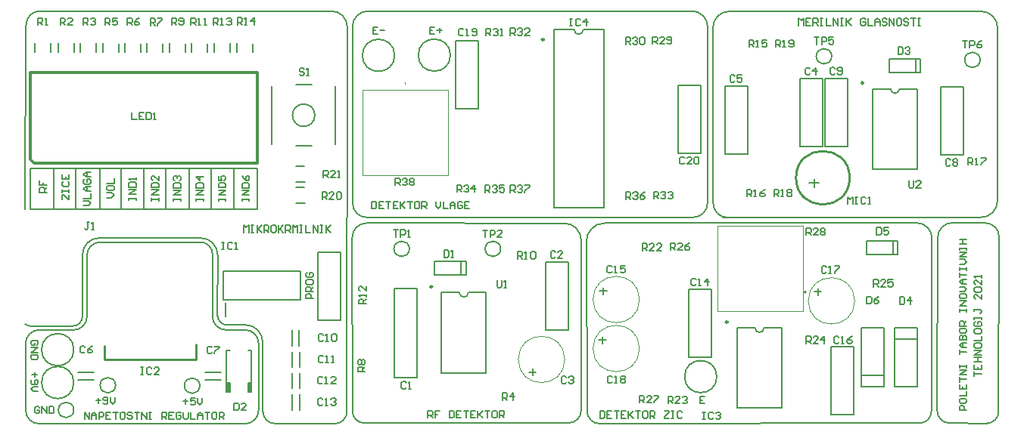
<source format=gto>
G04*
G04 #@! TF.GenerationSoftware,Altium Limited,Altium Designer,21.4.1 (30)*
G04*
G04 Layer_Color=65535*
%FSLAX25Y25*%
%MOIN*%
G70*
G04*
G04 #@! TF.SameCoordinates,4B32E59A-19CF-40ED-AED0-984A1E0E73E4*
G04*
G04*
G04 #@! TF.FilePolarity,Positive*
G04*
G01*
G75*
%ADD10C,0.01000*%
%ADD11C,0.00500*%
%ADD12C,0.00787*%
%ADD13C,0.00984*%
%ADD14C,0.00300*%
%ADD15C,0.00600*%
%ADD16C,0.00394*%
%ADD17C,0.01181*%
%ADD18C,0.00630*%
%ADD19R,0.01812X0.03937*%
%ADD20R,0.01712X0.03937*%
D10*
X365411Y110968D02*
G03*
X365411Y110968I-11811J0D01*
G01*
X77379Y30833D02*
Y37306D01*
X37221Y30833D02*
Y36876D01*
Y30833D02*
X77379D01*
D11*
X189587Y165100D02*
G03*
X189587Y165100I-7087J0D01*
G01*
X164987Y165000D02*
G03*
X164987Y165000I-7087J0D01*
G01*
X306887Y23200D02*
G03*
X306887Y23200I-7087J0D01*
G01*
X23687Y35100D02*
G03*
X23687Y35100I-7087J0D01*
G01*
Y20600D02*
G03*
X23687Y20600I-7087J0D01*
G01*
X422900Y163000D02*
G03*
X422900Y163000I-3400J0D01*
G01*
X357500Y164600D02*
G03*
X357500Y164600I-3400J0D01*
G01*
X383432Y150216D02*
G03*
X387368Y150216I1969J0D01*
G01*
X323731Y44717D02*
G03*
X327668Y44717I1969J0D01*
G01*
X211700Y79600D02*
G03*
X211700Y79600I-3400J0D01*
G01*
X171500D02*
G03*
X171500Y79600I-3400J0D01*
G01*
X193532Y60316D02*
G03*
X197468Y60316I1969J0D01*
G01*
X129866Y138557D02*
G03*
X129866Y138557I-4921J0D01*
G01*
X79200Y19200D02*
G03*
X79200Y19200I-3400J0D01*
G01*
X42100Y19400D02*
G03*
X42100Y19400I-3400J0D01*
G01*
X23700Y8500D02*
G03*
X23700Y8500I-3400J0D01*
G01*
X102012Y16577D02*
Y34687D01*
X90988Y16577D02*
Y34687D01*
X100438D02*
X102012D01*
X100400Y16577D02*
X102012D01*
X90988Y34687D02*
X92563D01*
X90988Y16577D02*
X92600D01*
X100400D02*
Y20514D01*
X92600Y16577D02*
Y20514D01*
X100400D02*
X102012D01*
X90988D02*
X92600D01*
X343500Y124643D02*
Y154642D01*
X353500D01*
Y124643D02*
Y154642D01*
X343500Y124643D02*
X353500D01*
X354600Y124700D02*
Y154700D01*
X364600D01*
Y124700D02*
Y154700D01*
X354600Y124700D02*
X364600D01*
X320500Y121500D02*
Y151500D01*
X310500Y121500D02*
X320500D01*
X310500D02*
Y151500D01*
X320500D01*
X405400Y121200D02*
Y151200D01*
X415400D01*
Y121200D02*
Y151200D01*
X405400Y121200D02*
X415400D01*
X375557Y150216D02*
X383432D01*
X387368D02*
X395243D01*
Y114784D02*
Y150216D01*
X375557Y114784D02*
X395243D01*
X375557D02*
Y150216D01*
X315858Y44717D02*
X323731D01*
X327668D02*
X335542D01*
Y9284D02*
Y44717D01*
X315858Y9284D02*
X335542D01*
X315858D02*
Y44717D01*
X294500Y61700D02*
X304500D01*
X294500Y31700D02*
Y61700D01*
Y31700D02*
X304500D01*
Y61700D01*
X357300Y36300D02*
X367300D01*
X357300Y6300D02*
Y36300D01*
Y6300D02*
X367300D01*
Y36300D01*
X192000Y171300D02*
X202000D01*
X192000Y141300D02*
Y171300D01*
Y141300D02*
X202000D01*
Y171300D01*
X289800Y121800D02*
X299800D01*
Y151800D01*
X289800D02*
X299800D01*
X289800Y121800D02*
Y151800D01*
X241400Y43800D02*
Y73800D01*
X231400Y43800D02*
X241400D01*
X231400D02*
Y73800D01*
X241400D01*
X185658Y60316D02*
X193532D01*
X197468D02*
X205343D01*
Y24883D02*
Y60316D01*
X185658Y24883D02*
X205343D01*
X185658D02*
Y60316D01*
X111000Y125859D02*
Y151341D01*
X139000Y125847D02*
Y151357D01*
X121457Y125214D02*
X128543D01*
X121457Y151986D02*
X128543D01*
X120031Y8450D02*
Y15350D01*
X123180Y8450D02*
Y15350D01*
X119925Y17950D02*
Y24850D01*
X123075Y17950D02*
Y24850D01*
X121500Y106700D02*
X125300D01*
X121400Y99700D02*
X125400D01*
X121500Y116200D02*
X125300D01*
X121400Y109200D02*
X125400D01*
X123069Y27350D02*
Y34250D01*
X119920Y27350D02*
Y34250D01*
X122969Y36850D02*
Y43750D01*
X119820Y36850D02*
Y43750D01*
X75700Y166300D02*
Y170300D01*
X82700Y166400D02*
Y170200D01*
X95400Y166300D02*
Y170300D01*
X102400Y166400D02*
Y170200D01*
X6600Y166409D02*
Y170409D01*
X13600Y166509D02*
Y170309D01*
X16712Y166475D02*
Y170475D01*
X23711Y166575D02*
Y170375D01*
X92400Y166509D02*
Y170309D01*
X85400Y166409D02*
Y170409D01*
X72900Y166400D02*
Y170200D01*
X65900Y166300D02*
Y170300D01*
X63000Y166400D02*
Y170200D01*
X56000Y166300D02*
Y170300D01*
X53100Y166400D02*
Y170200D01*
X46100Y166300D02*
Y170300D01*
X43396Y166455D02*
Y170255D01*
X36396Y166355D02*
Y170355D01*
X33634Y166575D02*
Y170375D01*
X26634Y166475D02*
Y170475D01*
X25650Y21925D02*
X32550D01*
X25650Y25075D02*
X32550D01*
X81650Y21825D02*
X88550D01*
X81650Y24975D02*
X88550D01*
D12*
X410655Y91078D02*
G03*
X404211Y84674I-76J-6369D01*
G01*
X403957Y8264D02*
G03*
X409529Y2657I5541J-66D01*
G01*
X425818Y2586D02*
G03*
X430994Y7730I61J5116D01*
G01*
X431240Y84825D02*
G03*
X425063Y91042I-6143J73D01*
G01*
X430576Y177181D02*
G03*
X423213Y184456I-7276J0D01*
G01*
X423222Y93516D02*
G03*
X430483Y100691I85J7174D01*
G01*
X312386Y184433D02*
G03*
X305241Y177373I-84J-7061D01*
G01*
X305285Y99791D02*
G03*
X311577Y93424I6292J-75D01*
G01*
X345843Y60894D02*
G03*
X345843Y60106I0J-394D01*
G01*
D02*
G03*
X345843Y60894I0J394D01*
G01*
X401667Y84273D02*
G03*
X394941Y91041I-6689J80D01*
G01*
X396000Y2606D02*
G03*
X401426Y7997I64J5362D01*
G01*
X249774Y7892D02*
G03*
X255200Y2500I5362J-30D01*
G01*
X257463Y90940D02*
G03*
X249440Y82820I0J-8024D01*
G01*
X244102Y176268D02*
G03*
X248039Y176268I1969J0D01*
G01*
X296523Y93524D02*
G03*
X302815Y99891I0J6292D01*
G01*
X302871Y177664D02*
G03*
X295900Y184553I-6889J0D01*
G01*
X153413Y184589D02*
G03*
X146442Y177700I-82J-6889D01*
G01*
X146500Y99926D02*
G03*
X152932Y93417I6432J-77D01*
G01*
X169700Y152417D02*
G03*
X169700Y152811I0J197D01*
G01*
D02*
G03*
X169700Y152417I0J-197D01*
G01*
D02*
G03*
X169700Y152811I0J197D01*
G01*
X247161Y83357D02*
G03*
X239689Y90918I-7472J89D01*
G01*
X152732Y90983D02*
G03*
X146300Y84474I0J-6432D01*
G01*
X144123Y177666D02*
G03*
X137152Y184555I-6889J0D01*
G01*
X9017Y184586D02*
G03*
X2642Y178286I-75J-6300D01*
G01*
X241700Y2779D02*
G03*
X247126Y8170I64J5362D01*
G01*
X146373Y8099D02*
G03*
X151800Y2707I5362J-30D01*
G01*
X138600Y2446D02*
G03*
X144027Y7808I64J5362D01*
G01*
X106999Y7829D02*
G03*
X112425Y2467I5362J0D01*
G01*
X106899Y38504D02*
G03*
X99405Y45998I-7494J0D01*
G01*
X87017Y50233D02*
G03*
X91259Y45990I4242J0D01*
G01*
X87041Y76930D02*
G03*
X79565Y84406I-7476J0D01*
G01*
X34997Y84400D02*
G03*
X27521Y76924I0J-7476D01*
G01*
X2342Y46273D02*
G03*
X4400Y45524I2058J2453D01*
G01*
X23264Y45515D02*
G03*
X27506Y49757I0J4242D01*
G01*
X84792Y49735D02*
G03*
X90698Y43830I5906J0D01*
G01*
X84792Y77260D02*
G03*
X79465Y82587I-5328J0D01*
G01*
X35400Y82582D02*
G03*
X29495Y76676I0J-5906D01*
G01*
X105085Y37923D02*
G03*
X99180Y43829I-5906J0D01*
G01*
X99180Y2400D02*
G03*
X105085Y8305I0J5906D01*
G01*
X23600Y43815D02*
G03*
X29506Y49720I0J5906D01*
G01*
X8400Y43806D02*
G03*
X2495Y37900I0J-5906D01*
G01*
Y8305D02*
G03*
X8400Y2400I5906J0D01*
G01*
X349761Y106638D02*
Y110575D01*
X347694Y108705D02*
X351927D01*
X409529Y2657D02*
X425818Y2586D01*
X410655Y91078D02*
X425063Y91042D01*
X403957Y8264D02*
X404211Y84674D01*
X430994Y7730D02*
X431240Y84825D01*
X312386Y184433D02*
X423213Y184456D01*
X430483Y100691D02*
X430576Y177181D01*
X309377Y93424D02*
X423222Y93516D01*
X305241Y177373D02*
X305285Y99791D01*
X401426Y7997D02*
X401667Y84273D01*
X349726Y60700D02*
X353026D01*
X351400Y59147D02*
Y62147D01*
X255200Y2500D02*
X396000Y2606D01*
X257463Y90940D02*
X394941Y91041D01*
X249440Y82820D02*
X249774Y7892D01*
X256824Y59547D02*
Y62547D01*
X255150Y61100D02*
X258450D01*
X256700Y37747D02*
Y40747D01*
X255026Y39300D02*
X258326D01*
X235070Y176268D02*
X244102D01*
X248039D02*
X257070D01*
X235070Y97748D02*
X257070D01*
X235070D02*
Y176252D01*
X257070Y97748D02*
Y176152D01*
X302815Y99891D02*
X302871Y177664D01*
X153413Y184589D02*
X295900Y184553D01*
X146442Y177700D02*
X146500Y99926D01*
X152932Y93417D02*
X296523Y93524D01*
X152732Y90983D02*
X239689Y90918D01*
X224064Y25194D02*
X227364D01*
X225738Y23640D02*
Y26640D01*
X146300Y84474D02*
X146373Y8099D01*
X247126Y8170D02*
X247161Y83357D01*
X151800Y2707D02*
X241700Y2779D01*
X151800Y2707D02*
X151800Y2707D01*
X164879Y22851D02*
Y62221D01*
X174721D01*
Y22851D02*
Y62221D01*
X164879Y22851D02*
X174721D01*
X2339Y97069D02*
X2642Y178286D01*
X9017Y184586D02*
X137152Y184555D01*
X144027Y7808D02*
X144123Y177666D01*
X106899Y38504D02*
X106999Y7829D01*
X112425Y2467D02*
X138600Y2446D01*
X14800Y97000D02*
Y115000D01*
Y97000D02*
X24600D01*
Y115191D01*
X35300D01*
Y97100D02*
Y115191D01*
Y97100D02*
X44700D01*
Y115100D01*
X54564D01*
Y97000D02*
Y115100D01*
Y97000D02*
X64300D01*
Y115100D01*
X74400D01*
Y97000D02*
Y115100D01*
Y97000D02*
X84200D01*
Y115100D01*
X94300Y97500D02*
Y115100D01*
X104564D01*
X4564Y97000D02*
Y115191D01*
Y97000D02*
X104564D01*
Y115191D01*
X4564D02*
X104564D01*
X90416Y49917D02*
Y55823D01*
X89372Y57201D02*
X123428D01*
Y69799D01*
X89372D02*
X123428D01*
X89372Y57201D02*
Y69799D01*
X91259Y45987D02*
X99405Y45998D01*
X87025Y50233D02*
X87041Y76930D01*
X34997Y84400D02*
X79565Y84406D01*
X27506Y51420D02*
X27521Y76924D01*
X27506Y49757D02*
Y51420D01*
X4400Y45524D02*
X23264Y45515D01*
X35400Y82582D02*
X79465Y82587D01*
X29506Y49720D02*
Y76676D01*
X84792Y49735D02*
Y77260D01*
X90698Y43826D02*
X99278D01*
X105082Y8353D02*
Y37923D01*
X2495Y8305D02*
Y37900D01*
X8400Y2400D02*
X99180Y2400D01*
X8400Y43806D02*
X23600D01*
X131200Y48000D02*
Y78000D01*
Y48000D02*
X141200D01*
X131200Y78000D02*
X141200D01*
Y48000D02*
Y78000D01*
D13*
X371492Y152800D02*
G03*
X371492Y152800I-492J0D01*
G01*
X311792Y47300D02*
G03*
X311792Y47300I-492J0D01*
G01*
X230762Y171900D02*
G03*
X230762Y171900I-492J0D01*
G01*
X181592Y62900D02*
G03*
X181592Y62900I-492J0D01*
G01*
D14*
X367636Y56637D02*
G03*
X367636Y56637I-10236J0D01*
G01*
X272836Y57237D02*
G03*
X272836Y57237I-10236J0D01*
G01*
Y35600D02*
G03*
X272836Y35600I-10236J0D01*
G01*
X239936Y30800D02*
G03*
X239936Y30800I-10236J0D01*
G01*
D15*
X384424Y77100D02*
X384424Y83000D01*
X372824Y83100D02*
X386624Y83100D01*
Y77100D02*
Y83100D01*
X372824Y77100D02*
X386624D01*
X372824D02*
Y83100D01*
X382900Y157500D02*
Y163500D01*
Y157500D02*
X396700D01*
Y163500D01*
X382900Y163500D02*
X396700Y163500D01*
X394500Y157500D02*
X394500Y163400D01*
X385100Y18700D02*
X395100D01*
Y44700D01*
X385100D02*
X395100D01*
X385100D02*
X385100Y18700D01*
X385100Y39700D02*
X395100D01*
X370700Y44600D02*
X380700D01*
X370700Y18600D02*
Y44600D01*
Y18600D02*
X380700D01*
X380700Y44600D02*
X380700Y18600D01*
X370700Y23600D02*
X380700D01*
X182700Y68100D02*
Y74100D01*
Y68100D02*
X196500D01*
Y74100D01*
X182700Y74100D02*
X196500Y74100D01*
X194300Y68100D02*
X194300Y74000D01*
D16*
X307240Y52193D02*
Y89713D01*
X344760D01*
Y52193D02*
Y89713D01*
X307240Y52193D02*
X344760D01*
X188519Y112240D02*
Y149760D01*
X150999D02*
X188519D01*
X150999Y112240D02*
Y149760D01*
Y112240D02*
X188519D01*
D17*
X4564Y118993D02*
Y157379D01*
Y118993D02*
X6237Y117320D01*
X104564D01*
X4564Y157379D02*
X104564D01*
Y117320D02*
Y157379D01*
D18*
X420222Y23330D02*
Y25429D01*
Y24379D01*
X423370D01*
X420222Y28578D02*
Y26478D01*
X423370D01*
Y28578D01*
X421796Y26478D02*
Y27528D01*
X420222Y29627D02*
X423370D01*
X421796D01*
Y31726D01*
X420222D01*
X423370D01*
Y32776D02*
X420222D01*
X423370Y34875D01*
X420222D01*
Y37499D02*
Y36449D01*
X420746Y35924D01*
X422845D01*
X423370Y36449D01*
Y37499D01*
X422845Y38023D01*
X420746D01*
X420222Y37499D01*
Y39073D02*
X423370D01*
Y41172D01*
X420222Y43796D02*
Y42746D01*
X420746Y42222D01*
X422845D01*
X423370Y42746D01*
Y43796D01*
X422845Y44320D01*
X420746D01*
X420222Y43796D01*
X420746Y47469D02*
X420222Y46944D01*
Y45895D01*
X420746Y45370D01*
X422845D01*
X423370Y45895D01*
Y46944D01*
X422845Y47469D01*
X421796D01*
Y46420D01*
X420222Y48519D02*
Y49568D01*
Y49043D01*
X423370D01*
Y48519D01*
Y49568D01*
X420222Y53241D02*
Y52192D01*
Y52717D01*
X422845D01*
X423370Y52192D01*
Y51667D01*
X422845Y51143D01*
X423370Y59539D02*
Y57440D01*
X421271Y59539D01*
X420746D01*
X420222Y59014D01*
Y57964D01*
X420746Y57440D01*
Y60588D02*
X420222Y61113D01*
Y62163D01*
X420746Y62687D01*
X422845D01*
X423370Y62163D01*
Y61113D01*
X422845Y60588D01*
X420746D01*
X423370Y65836D02*
Y63737D01*
X421271Y65836D01*
X420746D01*
X420222Y65311D01*
Y64262D01*
X420746Y63737D01*
X423370Y66885D02*
Y67935D01*
Y67410D01*
X420222D01*
X420746Y66885D01*
X416870Y8330D02*
X413722D01*
Y9904D01*
X414246Y10429D01*
X415296D01*
X415821Y9904D01*
Y8330D01*
X413722Y13053D02*
Y12003D01*
X414246Y11479D01*
X416345D01*
X416870Y12003D01*
Y13053D01*
X416345Y13578D01*
X414246D01*
X413722Y13053D01*
Y14627D02*
X416870D01*
Y16726D01*
X413722Y19875D02*
Y17776D01*
X416870D01*
Y19875D01*
X415296Y17776D02*
Y18825D01*
X413722Y20924D02*
Y23023D01*
Y21974D01*
X416870D01*
Y24073D02*
X413722D01*
X416870Y26172D01*
X413722D01*
Y27222D02*
Y28271D01*
Y27746D01*
X416870D01*
Y27222D01*
Y28271D01*
X413722Y32994D02*
Y35093D01*
Y34043D01*
X416870D01*
Y36143D02*
X414771D01*
X413722Y37192D01*
X414771Y38241D01*
X416870D01*
X415296D01*
Y36143D01*
X413722Y39291D02*
X416870D01*
Y40865D01*
X416345Y41390D01*
X415821D01*
X415296Y40865D01*
Y39291D01*
Y40865D01*
X414771Y41390D01*
X414246D01*
X413722Y40865D01*
Y39291D01*
Y44014D02*
Y42964D01*
X414246Y42440D01*
X416345D01*
X416870Y42964D01*
Y44014D01*
X416345Y44539D01*
X414246D01*
X413722Y44014D01*
X416870Y45588D02*
X413722D01*
Y47163D01*
X414246Y47687D01*
X415296D01*
X415821Y47163D01*
Y45588D01*
Y46638D02*
X416870Y47687D01*
X413722Y51885D02*
Y52935D01*
Y52410D01*
X416870D01*
Y51885D01*
Y52935D01*
Y54509D02*
X413722D01*
X416870Y56608D01*
X413722D01*
Y59232D02*
Y58183D01*
X414246Y57658D01*
X416345D01*
X416870Y58183D01*
Y59232D01*
X416345Y59757D01*
X414246D01*
X413722Y59232D01*
Y60806D02*
X415821D01*
X416870Y61856D01*
X415821Y62906D01*
X413722D01*
X416870Y63955D02*
X414771D01*
X413722Y65004D01*
X414771Y66054D01*
X416870D01*
X415296D01*
Y63955D01*
X413722Y67104D02*
Y69203D01*
Y68153D01*
X416870D01*
X413722Y70252D02*
Y71302D01*
Y70777D01*
X416870D01*
Y70252D01*
Y71302D01*
X413722Y72876D02*
X415821D01*
X416870Y73926D01*
X415821Y74975D01*
X413722D01*
X416870Y76025D02*
X413722D01*
X416870Y78124D01*
X413722D01*
Y79173D02*
Y80223D01*
Y79698D01*
X416870D01*
Y79173D01*
Y80223D01*
X413722Y81797D02*
X416870D01*
X415296D01*
Y83896D01*
X413722D01*
X416870D01*
X343030Y178230D02*
Y181378D01*
X344079Y180329D01*
X345129Y181378D01*
Y178230D01*
X348278Y181378D02*
X346179D01*
Y178230D01*
X348278D01*
X346179Y179804D02*
X347228D01*
X349327Y178230D02*
Y181378D01*
X350901D01*
X351426Y180854D01*
Y179804D01*
X350901Y179279D01*
X349327D01*
X350377D02*
X351426Y178230D01*
X352476Y181378D02*
X353525D01*
X353000D01*
Y178230D01*
X352476D01*
X353525D01*
X355100Y181378D02*
Y178230D01*
X357199D01*
X358248D02*
Y181378D01*
X360347Y178230D01*
Y181378D01*
X361397D02*
X362446D01*
X361922D01*
Y178230D01*
X361397D01*
X362446D01*
X364020Y181378D02*
Y178230D01*
Y179279D01*
X366120Y181378D01*
X364545Y179804D01*
X366120Y178230D01*
X372417Y180854D02*
X371892Y181378D01*
X370843D01*
X370318Y180854D01*
Y178755D01*
X370843Y178230D01*
X371892D01*
X372417Y178755D01*
Y179804D01*
X371367D01*
X373466Y181378D02*
Y178230D01*
X375565D01*
X376615D02*
Y180329D01*
X377664Y181378D01*
X378714Y180329D01*
Y178230D01*
Y179804D01*
X376615D01*
X381862Y180854D02*
X381338Y181378D01*
X380288D01*
X379764Y180854D01*
Y180329D01*
X380288Y179804D01*
X381338D01*
X381862Y179279D01*
Y178755D01*
X381338Y178230D01*
X380288D01*
X379764Y178755D01*
X382912Y178230D02*
Y181378D01*
X385011Y178230D01*
Y181378D01*
X387635D02*
X386585D01*
X386061Y180854D01*
Y178755D01*
X386585Y178230D01*
X387635D01*
X388160Y178755D01*
Y180854D01*
X387635Y181378D01*
X391308Y180854D02*
X390784Y181378D01*
X389734D01*
X389209Y180854D01*
Y180329D01*
X389734Y179804D01*
X390784D01*
X391308Y179279D01*
Y178755D01*
X390784Y178230D01*
X389734D01*
X389209Y178755D01*
X392358Y181378D02*
X394457D01*
X393407D01*
Y178230D01*
X395506Y181378D02*
X396556D01*
X396031D01*
Y178230D01*
X395506D01*
X396556D01*
X301529Y14479D02*
X299430D01*
Y11330D01*
X301529D01*
X299430Y12904D02*
X300479D01*
X255430Y7978D02*
Y4830D01*
X257004D01*
X257529Y5355D01*
Y7454D01*
X257004Y7978D01*
X255430D01*
X260678D02*
X258578D01*
Y4830D01*
X260678D01*
X258578Y6404D02*
X259628D01*
X261727Y7978D02*
X263826D01*
X262777D01*
Y4830D01*
X266975Y7978D02*
X264876D01*
Y4830D01*
X266975D01*
X264876Y6404D02*
X265925D01*
X268024Y7978D02*
Y4830D01*
Y5879D01*
X270123Y7978D01*
X268549Y6404D01*
X270123Y4830D01*
X271173Y7978D02*
X273272D01*
X272222D01*
Y4830D01*
X275896Y7978D02*
X274846D01*
X274322Y7454D01*
Y5355D01*
X274846Y4830D01*
X275896D01*
X276420Y5355D01*
Y7454D01*
X275896Y7978D01*
X277470Y4830D02*
Y7978D01*
X279044D01*
X279569Y7454D01*
Y6404D01*
X279044Y5879D01*
X277470D01*
X278520D02*
X279569Y4830D01*
X283767Y7978D02*
X285866D01*
Y7454D01*
X283767Y5355D01*
Y4830D01*
X285866D01*
X286916Y7978D02*
X287965D01*
X287441D01*
Y4830D01*
X286916D01*
X287965D01*
X291639Y7454D02*
X291114Y7978D01*
X290064D01*
X289540Y7454D01*
Y5355D01*
X290064Y4830D01*
X291114D01*
X291639Y5355D01*
X182629Y177578D02*
X180530D01*
Y174430D01*
X182629D01*
X180530Y176004D02*
X181579D01*
X183678D02*
X185778D01*
X184728Y177054D02*
Y174955D01*
X157529Y177578D02*
X155430D01*
Y174430D01*
X157529D01*
X155430Y176004D02*
X156479D01*
X158579D02*
X160678D01*
X154930Y100478D02*
Y97330D01*
X156504D01*
X157029Y97855D01*
Y99954D01*
X156504Y100478D01*
X154930D01*
X160178D02*
X158079D01*
Y97330D01*
X160178D01*
X158079Y98904D02*
X159128D01*
X161227Y100478D02*
X163326D01*
X162277D01*
Y97330D01*
X166475Y100478D02*
X164376D01*
Y97330D01*
X166475D01*
X164376Y98904D02*
X165425D01*
X167524Y100478D02*
Y97330D01*
Y98379D01*
X169623Y100478D01*
X168049Y98904D01*
X169623Y97330D01*
X170673Y100478D02*
X172772D01*
X171722D01*
Y97330D01*
X175396Y100478D02*
X174346D01*
X173821Y99954D01*
Y97855D01*
X174346Y97330D01*
X175396D01*
X175920Y97855D01*
Y99954D01*
X175396Y100478D01*
X176970Y97330D02*
Y100478D01*
X178544D01*
X179069Y99954D01*
Y98904D01*
X178544Y98379D01*
X176970D01*
X178020D02*
X179069Y97330D01*
X183267Y100478D02*
Y98379D01*
X184317Y97330D01*
X185366Y98379D01*
Y100478D01*
X186416D02*
Y97330D01*
X188515D01*
X189564D02*
Y99429D01*
X190614Y100478D01*
X191664Y99429D01*
Y97330D01*
Y98904D01*
X189564D01*
X194812Y99954D02*
X194287Y100478D01*
X193238D01*
X192713Y99954D01*
Y97855D01*
X193238Y97330D01*
X194287D01*
X194812Y97855D01*
Y98904D01*
X193763D01*
X197961Y100478D02*
X195862D01*
Y97330D01*
X197961D01*
X195862Y98904D02*
X196911D01*
X179647Y5011D02*
Y8160D01*
X181221D01*
X181746Y7635D01*
Y6586D01*
X181221Y6061D01*
X179647D01*
X180696D02*
X181746Y5011D01*
X184894Y8160D02*
X182795D01*
Y6586D01*
X183845D01*
X182795D01*
Y5011D01*
X189092Y8160D02*
Y5011D01*
X190667D01*
X191191Y5536D01*
Y7635D01*
X190667Y8160D01*
X189092D01*
X194340D02*
X192241D01*
Y5011D01*
X194340D01*
X192241Y6586D02*
X193290D01*
X195389Y8160D02*
X197488D01*
X196439D01*
Y5011D01*
X200637Y8160D02*
X198538D01*
Y5011D01*
X200637D01*
X198538Y6586D02*
X199588D01*
X201687Y8160D02*
Y5011D01*
Y6061D01*
X203786Y8160D01*
X202211Y6586D01*
X203786Y5011D01*
X204835Y8160D02*
X206934D01*
X205885D01*
Y5011D01*
X209558Y8160D02*
X208509D01*
X207984Y7635D01*
Y5536D01*
X208509Y5011D01*
X209558D01*
X210083Y5536D01*
Y7635D01*
X209558Y8160D01*
X211132Y5011D02*
Y8160D01*
X212707D01*
X213231Y7635D01*
Y6586D01*
X212707Y6061D01*
X211132D01*
X212182D02*
X213231Y5011D01*
X57895Y100887D02*
Y101937D01*
Y101412D01*
X61043D01*
Y100887D01*
Y101937D01*
Y103511D02*
X57895D01*
X61043Y105610D01*
X57895D01*
Y106660D02*
X61043D01*
Y108234D01*
X60519Y108759D01*
X58420D01*
X57895Y108234D01*
Y106660D01*
X61043Y111907D02*
Y109808D01*
X58944Y111907D01*
X58420D01*
X57895Y111383D01*
Y110333D01*
X58420Y109808D01*
X38221Y102230D02*
X40321D01*
X41370Y103279D01*
X40321Y104329D01*
X38221D01*
Y106953D02*
Y105903D01*
X38746Y105378D01*
X40845D01*
X41370Y105903D01*
Y106953D01*
X40845Y107478D01*
X38746D01*
X38221Y106953D01*
Y108527D02*
X41370D01*
Y110626D01*
X77684Y100796D02*
Y101845D01*
Y101321D01*
X80833D01*
Y100796D01*
Y101845D01*
Y103419D02*
X77684D01*
X80833Y105519D01*
X77684D01*
Y106568D02*
X80833D01*
Y108142D01*
X80308Y108667D01*
X78209D01*
X77684Y108142D01*
Y106568D01*
X80833Y111291D02*
X77684D01*
X79259Y109717D01*
Y111816D01*
X67667Y100796D02*
Y101845D01*
Y101320D01*
X70816D01*
Y100796D01*
Y101845D01*
Y103419D02*
X67667D01*
X70816Y105519D01*
X67667D01*
Y106568D02*
X70816D01*
Y108142D01*
X70291Y108667D01*
X68192D01*
X67667Y108142D01*
Y106568D01*
X68192Y109717D02*
X67667Y110241D01*
Y111291D01*
X68192Y111816D01*
X68717D01*
X69242Y111291D01*
Y110766D01*
Y111291D01*
X69766Y111816D01*
X70291D01*
X70816Y111291D01*
Y110241D01*
X70291Y109717D01*
X47969Y101101D02*
Y102151D01*
Y101626D01*
X51118D01*
Y101101D01*
Y102151D01*
Y103725D02*
X47969D01*
X51118Y105824D01*
X47969D01*
Y106874D02*
X51118D01*
Y108448D01*
X50593Y108973D01*
X48494D01*
X47969Y108448D01*
Y106874D01*
X51118Y110022D02*
Y111072D01*
Y110547D01*
X47969D01*
X48494Y110022D01*
X11819Y104552D02*
X8670D01*
Y106126D01*
X9195Y106651D01*
X10245D01*
X10769Y106126D01*
Y104552D01*
Y105602D02*
X11819Y106651D01*
X8670Y109800D02*
Y107701D01*
X10245D01*
Y108750D01*
Y107701D01*
X11819D01*
X129170Y57630D02*
X126022D01*
Y59204D01*
X126546Y59729D01*
X127596D01*
X128121Y59204D01*
Y57630D01*
X129170Y60778D02*
X126022D01*
Y62353D01*
X126546Y62878D01*
X127596D01*
X128121Y62353D01*
Y60778D01*
Y61828D02*
X129170Y62878D01*
X126022Y65501D02*
Y64452D01*
X126546Y63927D01*
X128645D01*
X129170Y64452D01*
Y65501D01*
X128645Y66026D01*
X126546D01*
X126022Y65501D01*
X126546Y69175D02*
X126022Y68650D01*
Y67601D01*
X126546Y67076D01*
X128645D01*
X129170Y67601D01*
Y68650D01*
X128645Y69175D01*
X127596D01*
Y68125D01*
X87396Y100826D02*
Y101876D01*
Y101351D01*
X90545D01*
Y100826D01*
Y101876D01*
Y103450D02*
X87396D01*
X90545Y105549D01*
X87396D01*
Y106599D02*
X90545D01*
Y108173D01*
X90020Y108698D01*
X87921D01*
X87396Y108173D01*
Y106599D01*
Y111846D02*
Y109747D01*
X88970D01*
X88446Y110797D01*
Y111322D01*
X88970Y111846D01*
X90020D01*
X90545Y111322D01*
Y110272D01*
X90020Y109747D01*
X97871Y100796D02*
Y101845D01*
Y101321D01*
X101020D01*
Y100796D01*
Y101845D01*
Y103419D02*
X97871D01*
X101020Y105519D01*
X97871D01*
Y106568D02*
X101020D01*
Y108142D01*
X100495Y108667D01*
X98396D01*
X97871Y108142D01*
Y106568D01*
Y111816D02*
X98396Y110766D01*
X99446Y109717D01*
X100495D01*
X101020Y110241D01*
Y111291D01*
X100495Y111816D01*
X99970D01*
X99446Y111291D01*
Y109717D01*
X28021Y98730D02*
X30121D01*
X31170Y99779D01*
X30121Y100829D01*
X28021D01*
Y101878D02*
X31170D01*
Y103978D01*
Y105027D02*
X29071D01*
X28021Y106077D01*
X29071Y107126D01*
X31170D01*
X29596D01*
Y105027D01*
X28546Y110275D02*
X28021Y109750D01*
Y108701D01*
X28546Y108176D01*
X30645D01*
X31170Y108701D01*
Y109750D01*
X30645Y110275D01*
X29596D01*
Y109225D01*
X31170Y111324D02*
X29071D01*
X28021Y112374D01*
X29071Y113423D01*
X31170D01*
X29596D01*
Y111324D01*
X18521Y101430D02*
Y103529D01*
X19046D01*
X21145Y101430D01*
X21670D01*
Y103529D01*
X18521Y104578D02*
Y105628D01*
Y105103D01*
X21670D01*
Y104578D01*
Y105628D01*
X19046Y109301D02*
X18521Y108777D01*
Y107727D01*
X19046Y107202D01*
X21145D01*
X21670Y107727D01*
Y108777D01*
X21145Y109301D01*
X18521Y112450D02*
Y110351D01*
X21670D01*
Y112450D01*
X20096Y110351D02*
Y111400D01*
X7454Y37071D02*
X7978Y37596D01*
Y38645D01*
X7454Y39170D01*
X5355D01*
X4830Y38645D01*
Y37596D01*
X5355Y37071D01*
X6404D01*
Y38120D01*
X4830Y36022D02*
X7978D01*
X4830Y33922D01*
X7978D01*
Y32873D02*
X4830D01*
Y31299D01*
X5355Y30774D01*
X7454D01*
X7978Y31299D01*
Y32873D01*
X6404Y25070D02*
Y22971D01*
X7454Y24021D02*
X5355D01*
Y21922D02*
X4830Y21397D01*
Y20347D01*
X5355Y19822D01*
X7454D01*
X7978Y20347D01*
Y21397D01*
X7454Y21922D01*
X6929D01*
X6404Y21397D01*
Y19822D01*
X7978Y18773D02*
X5879D01*
X4830Y17723D01*
X5879Y16674D01*
X7978D01*
X71930Y12304D02*
X74029D01*
X72979Y13354D02*
Y11255D01*
X77178Y13879D02*
X75078D01*
Y12304D01*
X76128Y12829D01*
X76653D01*
X77178Y12304D01*
Y11255D01*
X76653Y10730D01*
X75603D01*
X75078Y11255D01*
X78227Y13879D02*
Y11779D01*
X79277Y10730D01*
X80326Y11779D01*
Y13879D01*
X33430Y12604D02*
X35529D01*
X34479Y13654D02*
Y11555D01*
X36579D02*
X37103Y11030D01*
X38153D01*
X38678Y11555D01*
Y13654D01*
X38153Y14178D01*
X37103D01*
X36579Y13654D01*
Y13129D01*
X37103Y12604D01*
X38678D01*
X39727Y14178D02*
Y12079D01*
X40777Y11030D01*
X41826Y12079D01*
Y14178D01*
X28430Y4430D02*
Y7579D01*
X30529Y4430D01*
Y7579D01*
X31578Y4430D02*
Y6529D01*
X32628Y7579D01*
X33678Y6529D01*
Y4430D01*
Y6004D01*
X31578D01*
X34727Y4430D02*
Y7579D01*
X36301D01*
X36826Y7054D01*
Y6004D01*
X36301Y5479D01*
X34727D01*
X39975Y7579D02*
X37876D01*
Y4430D01*
X39975D01*
X37876Y6004D02*
X38925D01*
X41024Y7579D02*
X43123D01*
X42074D01*
Y4430D01*
X45747Y7579D02*
X44698D01*
X44173Y7054D01*
Y4955D01*
X44698Y4430D01*
X45747D01*
X46272Y4955D01*
Y7054D01*
X45747Y7579D01*
X49420Y7054D02*
X48896Y7579D01*
X47846D01*
X47322Y7054D01*
Y6529D01*
X47846Y6004D01*
X48896D01*
X49420Y5479D01*
Y4955D01*
X48896Y4430D01*
X47846D01*
X47322Y4955D01*
X50470Y7579D02*
X52569D01*
X51520D01*
Y4430D01*
X53619D02*
Y7579D01*
X55718Y4430D01*
Y7579D01*
X56767D02*
X57817D01*
X57292D01*
Y4430D01*
X56767D01*
X57817D01*
X62540D02*
Y7579D01*
X64114D01*
X64639Y7054D01*
Y6004D01*
X64114Y5479D01*
X62540D01*
X63589D02*
X64639Y4430D01*
X67787Y7579D02*
X65688D01*
Y4430D01*
X67787D01*
X65688Y6004D02*
X66738D01*
X70936Y7054D02*
X70411Y7579D01*
X69362D01*
X68837Y7054D01*
Y4955D01*
X69362Y4430D01*
X70411D01*
X70936Y4955D01*
Y6004D01*
X69886D01*
X71985Y7579D02*
Y4955D01*
X72510Y4430D01*
X73560D01*
X74085Y4955D01*
Y7579D01*
X75134D02*
Y4430D01*
X77233D01*
X78283D02*
Y6529D01*
X79332Y7579D01*
X80382Y6529D01*
Y4430D01*
Y6004D01*
X78283D01*
X81431Y7579D02*
X83530D01*
X82481D01*
Y4430D01*
X86154Y7579D02*
X85105D01*
X84580Y7054D01*
Y4955D01*
X85105Y4430D01*
X86154D01*
X86679Y4955D01*
Y7054D01*
X86154Y7579D01*
X87728Y4430D02*
Y7579D01*
X89303D01*
X89827Y7054D01*
Y6004D01*
X89303Y5479D01*
X87728D01*
X88778D02*
X89827Y4430D01*
X8629Y9554D02*
X8104Y10079D01*
X7055D01*
X6530Y9554D01*
Y7455D01*
X7055Y6930D01*
X8104D01*
X8629Y7455D01*
Y8504D01*
X7579D01*
X9679Y6930D02*
Y10079D01*
X11778Y6930D01*
Y10079D01*
X12827D02*
Y6930D01*
X14401D01*
X14926Y7455D01*
Y9554D01*
X14401Y10079D01*
X12827D01*
X98630Y86830D02*
Y89978D01*
X99679Y88929D01*
X100729Y89978D01*
Y86830D01*
X101778Y89978D02*
X102828D01*
X102303D01*
Y86830D01*
X101778D01*
X102828D01*
X104402Y89978D02*
Y86830D01*
Y87879D01*
X106501Y89978D01*
X104927Y88404D01*
X106501Y86830D01*
X107551D02*
Y89978D01*
X109125D01*
X109650Y89454D01*
Y88404D01*
X109125Y87879D01*
X107551D01*
X108600D02*
X109650Y86830D01*
X112274Y89978D02*
X111224D01*
X110699Y89454D01*
Y87355D01*
X111224Y86830D01*
X112274D01*
X112799Y87355D01*
Y89454D01*
X112274Y89978D01*
X113848D02*
Y86830D01*
Y87879D01*
X115947Y89978D01*
X114373Y88404D01*
X115947Y86830D01*
X116997D02*
Y89978D01*
X118571D01*
X119096Y89454D01*
Y88404D01*
X118571Y87879D01*
X116997D01*
X118046D02*
X119096Y86830D01*
X120145D02*
Y89978D01*
X121195Y88929D01*
X122244Y89978D01*
Y86830D01*
X123294Y89978D02*
X124343D01*
X123819D01*
Y86830D01*
X123294D01*
X124343D01*
X125918Y89978D02*
Y86830D01*
X128017D01*
X129066D02*
Y89978D01*
X131165Y86830D01*
Y89978D01*
X132215D02*
X133264D01*
X132740D01*
Y86830D01*
X132215D01*
X133264D01*
X134839Y89978D02*
Y86830D01*
Y87879D01*
X136938Y89978D01*
X135363Y88404D01*
X136938Y86830D01*
X376002Y62926D02*
Y66074D01*
X377576D01*
X378101Y65549D01*
Y64500D01*
X377576Y63975D01*
X376002D01*
X377051D02*
X378101Y62926D01*
X381249D02*
X379151D01*
X381249Y65025D01*
Y65549D01*
X380725Y66074D01*
X379675D01*
X379151Y65549D01*
X384398Y66074D02*
X382299D01*
Y64500D01*
X383349Y65025D01*
X383873D01*
X384398Y64500D01*
Y63450D01*
X383873Y62926D01*
X382824D01*
X382299Y63450D01*
X377276Y88974D02*
Y85826D01*
X378851D01*
X379375Y86351D01*
Y88450D01*
X378851Y88974D01*
X377276D01*
X382524D02*
X380425D01*
Y87400D01*
X381474Y87925D01*
X381999D01*
X382524Y87400D01*
Y86351D01*
X381999Y85826D01*
X380949D01*
X380425Y86351D01*
X364615Y99426D02*
Y102574D01*
X365664Y101525D01*
X366714Y102574D01*
Y99426D01*
X367763Y102574D02*
X368813D01*
X368288D01*
Y99426D01*
X367763D01*
X368813D01*
X372486Y102050D02*
X371961Y102574D01*
X370912D01*
X370387Y102050D01*
Y99950D01*
X370912Y99426D01*
X371961D01*
X372486Y99950D01*
X373536Y99426D02*
X374585D01*
X374061D01*
Y102574D01*
X373536Y102050D01*
X355163Y71549D02*
X354639Y72074D01*
X353589D01*
X353064Y71549D01*
Y69450D01*
X353589Y68926D01*
X354639D01*
X355163Y69450D01*
X356213Y68926D02*
X357262D01*
X356738D01*
Y72074D01*
X356213Y71549D01*
X358837Y72074D02*
X360936D01*
Y71549D01*
X358837Y69450D01*
Y68926D01*
X297763Y66049D02*
X297239Y66574D01*
X296189D01*
X295664Y66049D01*
Y63951D01*
X296189Y63426D01*
X297239D01*
X297763Y63951D01*
X298813Y63426D02*
X299862D01*
X299338D01*
Y66574D01*
X298813Y66049D01*
X303011Y63426D02*
Y66574D01*
X301437Y65000D01*
X303536D01*
X360663Y40549D02*
X360139Y41074D01*
X359089D01*
X358564Y40549D01*
Y38451D01*
X359089Y37926D01*
X360139D01*
X360663Y38451D01*
X361713Y37926D02*
X362762D01*
X362238D01*
Y41074D01*
X361713Y40549D01*
X366436Y41074D02*
X365386Y40549D01*
X364337Y39500D01*
Y38451D01*
X364861Y37926D01*
X365911D01*
X366436Y38451D01*
Y38975D01*
X365911Y39500D01*
X364337D01*
X242164Y181174D02*
X243214D01*
X242689D01*
Y178026D01*
X242164D01*
X243214D01*
X246887Y180649D02*
X246362Y181174D01*
X245313D01*
X244788Y180649D01*
Y178551D01*
X245313Y178026D01*
X246362D01*
X246887Y178551D01*
X249511Y178026D02*
Y181174D01*
X247937Y179600D01*
X250036D01*
X266802Y101526D02*
Y104674D01*
X268376D01*
X268901Y104149D01*
Y103100D01*
X268376Y102575D01*
X266802D01*
X267851D02*
X268901Y101526D01*
X269951Y104149D02*
X270475Y104674D01*
X271525D01*
X272049Y104149D01*
Y103625D01*
X271525Y103100D01*
X271000D01*
X271525D01*
X272049Y102575D01*
Y102050D01*
X271525Y101526D01*
X270475D01*
X269951Y102050D01*
X275198Y104674D02*
X274149Y104149D01*
X273099Y103100D01*
Y102050D01*
X273624Y101526D01*
X274673D01*
X275198Y102050D01*
Y102575D01*
X274673Y103100D01*
X273099D01*
X205227Y173726D02*
Y176874D01*
X206801D01*
X207326Y176349D01*
Y175300D01*
X206801Y174775D01*
X205227D01*
X206276D02*
X207326Y173726D01*
X208375Y176349D02*
X208900Y176874D01*
X209949D01*
X210474Y176349D01*
Y175825D01*
X209949Y175300D01*
X209425D01*
X209949D01*
X210474Y174775D01*
Y174250D01*
X209949Y173726D01*
X208900D01*
X208375Y174250D01*
X211524Y173726D02*
X212573D01*
X212049D01*
Y176874D01*
X211524Y176349D01*
X266702Y169926D02*
Y173074D01*
X268276D01*
X268801Y172549D01*
Y171500D01*
X268276Y170975D01*
X266702D01*
X267751D02*
X268801Y169926D01*
X269850Y172549D02*
X270375Y173074D01*
X271425D01*
X271950Y172549D01*
Y172025D01*
X271425Y171500D01*
X270900D01*
X271425D01*
X271950Y170975D01*
Y170450D01*
X271425Y169926D01*
X270375D01*
X269850Y170450D01*
X272999Y172549D02*
X273524Y173074D01*
X274573D01*
X275098Y172549D01*
Y170450D01*
X274573Y169926D01*
X273524D01*
X272999Y170450D01*
Y172549D01*
X204902Y104526D02*
Y107674D01*
X206476D01*
X207001Y107150D01*
Y106100D01*
X206476Y105575D01*
X204902D01*
X205951D02*
X207001Y104526D01*
X208050Y107150D02*
X208575Y107674D01*
X209625D01*
X210150Y107150D01*
Y106625D01*
X209625Y106100D01*
X209100D01*
X209625D01*
X210150Y105575D01*
Y105051D01*
X209625Y104526D01*
X208575D01*
X208050Y105051D01*
X213298Y107674D02*
X211199D01*
Y106100D01*
X212249Y106625D01*
X212773D01*
X213298Y106100D01*
Y105051D01*
X212773Y104526D01*
X211724D01*
X211199Y105051D01*
X216002Y104526D02*
Y107674D01*
X217576D01*
X218101Y107150D01*
Y106100D01*
X217576Y105575D01*
X216002D01*
X217051D02*
X218101Y104526D01*
X219150Y107150D02*
X219675Y107674D01*
X220725D01*
X221250Y107150D01*
Y106625D01*
X220725Y106100D01*
X220200D01*
X220725D01*
X221250Y105575D01*
Y105051D01*
X220725Y104526D01*
X219675D01*
X219150Y105051D01*
X222299Y107674D02*
X224398D01*
Y107150D01*
X222299Y105051D01*
Y104526D01*
X216002Y173826D02*
Y176974D01*
X217576D01*
X218101Y176450D01*
Y175400D01*
X217576Y174875D01*
X216002D01*
X217051D02*
X218101Y173826D01*
X219150Y176450D02*
X219675Y176974D01*
X220725D01*
X221250Y176450D01*
Y175925D01*
X220725Y175400D01*
X220200D01*
X220725D01*
X221250Y174875D01*
Y174351D01*
X220725Y173826D01*
X219675D01*
X219150Y174351D01*
X224398Y173826D02*
X222299D01*
X224398Y175925D01*
Y176450D01*
X223873Y176974D01*
X222824D01*
X222299Y176450D01*
X279102Y101726D02*
Y104874D01*
X280676D01*
X281201Y104350D01*
Y103300D01*
X280676Y102775D01*
X279102D01*
X280151D02*
X281201Y101726D01*
X282250Y104350D02*
X282775Y104874D01*
X283825D01*
X284349Y104350D01*
Y103825D01*
X283825Y103300D01*
X283300D01*
X283825D01*
X284349Y102775D01*
Y102251D01*
X283825Y101726D01*
X282775D01*
X282250Y102251D01*
X285399Y104350D02*
X285924Y104874D01*
X286973D01*
X287498Y104350D01*
Y103825D01*
X286973Y103300D01*
X286449D01*
X286973D01*
X287498Y102775D01*
Y102251D01*
X286973Y101726D01*
X285924D01*
X285399Y102251D01*
X192402Y104626D02*
Y107774D01*
X193976D01*
X194501Y107249D01*
Y106200D01*
X193976Y105675D01*
X192402D01*
X193451D02*
X194501Y104626D01*
X195551Y107249D02*
X196075Y107774D01*
X197125D01*
X197650Y107249D01*
Y106725D01*
X197125Y106200D01*
X196600D01*
X197125D01*
X197650Y105675D01*
Y105150D01*
X197125Y104626D01*
X196075D01*
X195551Y105150D01*
X200273Y104626D02*
Y107774D01*
X198699Y106200D01*
X200798D01*
X278602Y170026D02*
Y173174D01*
X280176D01*
X280701Y172650D01*
Y171600D01*
X280176Y171075D01*
X278602D01*
X279651D02*
X280701Y170026D01*
X283850D02*
X281750D01*
X283850Y172125D01*
Y172650D01*
X283325Y173174D01*
X282275D01*
X281750Y172650D01*
X284899Y170551D02*
X285424Y170026D01*
X286473D01*
X286998Y170551D01*
Y172650D01*
X286473Y173174D01*
X285424D01*
X284899Y172650D01*
Y172125D01*
X285424Y171600D01*
X286998D01*
X292701Y119650D02*
X292176Y120174D01*
X291127D01*
X290602Y119650D01*
Y117551D01*
X291127Y117026D01*
X292176D01*
X292701Y117551D01*
X295849Y117026D02*
X293751D01*
X295849Y119125D01*
Y119650D01*
X295325Y120174D01*
X294275D01*
X293751Y119650D01*
X296899D02*
X297424Y120174D01*
X298473D01*
X298998Y119650D01*
Y117551D01*
X298473Y117026D01*
X297424D01*
X296899Y117551D01*
Y119650D01*
X195363Y176349D02*
X194839Y176874D01*
X193789D01*
X193264Y176349D01*
Y174250D01*
X193789Y173726D01*
X194839D01*
X195363Y174250D01*
X196413Y173726D02*
X197462D01*
X196938D01*
Y176874D01*
X196413Y176349D01*
X199037Y174250D02*
X199561Y173726D01*
X200611D01*
X201136Y174250D01*
Y176349D01*
X200611Y176874D01*
X199561D01*
X199037Y176349D01*
Y175825D01*
X199561Y175300D01*
X201136D01*
X125158Y158770D02*
X124634Y159295D01*
X123584D01*
X123059Y158770D01*
Y158245D01*
X123584Y157720D01*
X124634D01*
X125158Y157196D01*
Y156671D01*
X124634Y156146D01*
X123584D01*
X123059Y156671D01*
X126208Y156146D02*
X127257D01*
X126733D01*
Y159295D01*
X126208Y158770D01*
X133627Y111026D02*
Y114174D01*
X135201D01*
X135726Y113649D01*
Y112600D01*
X135201Y112075D01*
X133627D01*
X134676D02*
X135726Y111026D01*
X138874D02*
X136775D01*
X138874Y113125D01*
Y113649D01*
X138349Y114174D01*
X137300D01*
X136775Y113649D01*
X139924Y111026D02*
X140973D01*
X140449D01*
Y114174D01*
X139924Y113649D01*
X133102Y101526D02*
Y104674D01*
X134676D01*
X135201Y104149D01*
Y103100D01*
X134676Y102575D01*
X133102D01*
X134151D02*
X135201Y101526D01*
X138349D02*
X136250D01*
X138349Y103625D01*
Y104149D01*
X137825Y104674D01*
X136775D01*
X136250Y104149D01*
X139399D02*
X139924Y104674D01*
X140973D01*
X141498Y104149D01*
Y102050D01*
X140973Y101526D01*
X139924D01*
X139399Y102050D01*
Y104149D01*
X133300Y22624D02*
X132775Y23149D01*
X131726D01*
X131201Y22624D01*
Y20525D01*
X131726Y20001D01*
X132775D01*
X133300Y20525D01*
X134350Y20001D02*
X135399D01*
X134875D01*
Y23149D01*
X134350Y22624D01*
X139073Y20001D02*
X136974D01*
X139073Y22100D01*
Y22624D01*
X138548Y23149D01*
X137498D01*
X136974Y22624D01*
X133360Y13133D02*
X132836Y13658D01*
X131786D01*
X131261Y13133D01*
Y11034D01*
X131786Y10509D01*
X132836D01*
X133360Y11034D01*
X134410Y10509D02*
X135459D01*
X134935D01*
Y13658D01*
X134410Y13133D01*
X137034D02*
X137558Y13658D01*
X138608D01*
X139133Y13133D01*
Y12608D01*
X138608Y12084D01*
X138083D01*
X138608D01*
X139133Y11559D01*
Y11034D01*
X138608Y10509D01*
X137558D01*
X137034Y11034D01*
X30500Y91374D02*
X29451D01*
X29975D01*
Y88750D01*
X29451Y88226D01*
X28926D01*
X28401Y88750D01*
X31550Y88226D02*
X32599D01*
X32074D01*
Y91374D01*
X31550Y90850D01*
X17788Y178392D02*
Y181541D01*
X19362D01*
X19887Y181016D01*
Y179967D01*
X19362Y179442D01*
X17788D01*
X18837D02*
X19887Y178392D01*
X23035D02*
X20936D01*
X23035Y180491D01*
Y181016D01*
X22511Y181541D01*
X21461D01*
X20936Y181016D01*
X57376Y178226D02*
Y181374D01*
X58951D01*
X59475Y180850D01*
Y179800D01*
X58951Y179275D01*
X57376D01*
X58426D02*
X59475Y178226D01*
X60525Y181374D02*
X62624D01*
Y180850D01*
X60525Y178751D01*
Y178226D01*
X47276Y178326D02*
Y181474D01*
X48851D01*
X49375Y180949D01*
Y179900D01*
X48851Y179375D01*
X47276D01*
X48326D02*
X49375Y178326D01*
X52524Y181474D02*
X51474Y180949D01*
X50425Y179900D01*
Y178850D01*
X50950Y178326D01*
X51999D01*
X52524Y178850D01*
Y179375D01*
X51999Y179900D01*
X50425D01*
X75279Y178341D02*
Y181490D01*
X76853D01*
X77377Y180965D01*
Y179916D01*
X76853Y179391D01*
X75279D01*
X76328D02*
X77377Y178341D01*
X78427D02*
X79477D01*
X78952D01*
Y181490D01*
X78427Y180965D01*
X81051Y178341D02*
X82100D01*
X81576D01*
Y181490D01*
X81051Y180965D01*
X95757Y178521D02*
Y181670D01*
X97332D01*
X97856Y181145D01*
Y180095D01*
X97332Y179571D01*
X95757D01*
X96807D02*
X97856Y178521D01*
X98906D02*
X99955D01*
X99431D01*
Y181670D01*
X98906Y181145D01*
X103104Y178521D02*
Y181670D01*
X101530Y180095D01*
X103629D01*
X66876Y178426D02*
Y181574D01*
X68450D01*
X68975Y181050D01*
Y180000D01*
X68450Y179475D01*
X66876D01*
X67926D02*
X68975Y178426D01*
X70025Y178951D02*
X70549Y178426D01*
X71599D01*
X72124Y178951D01*
Y181050D01*
X71599Y181574D01*
X70549D01*
X70025Y181050D01*
Y180525D01*
X70549Y180000D01*
X72124D01*
X85177Y178364D02*
Y181512D01*
X86751D01*
X87276Y180988D01*
Y179938D01*
X86751Y179413D01*
X85177D01*
X86226D02*
X87276Y178364D01*
X88326D02*
X89375D01*
X88850D01*
Y181512D01*
X88326Y180988D01*
X90949D02*
X91474Y181512D01*
X92524D01*
X93048Y180988D01*
Y180463D01*
X92524Y179938D01*
X91999D01*
X92524D01*
X93048Y179413D01*
Y178889D01*
X92524Y178364D01*
X91474D01*
X90949Y178889D01*
X7901Y178434D02*
Y181583D01*
X9475D01*
X10000Y181058D01*
Y180009D01*
X9475Y179484D01*
X7901D01*
X8951D02*
X10000Y178434D01*
X11050D02*
X12099D01*
X11574D01*
Y181583D01*
X11050Y181058D01*
X37572Y178280D02*
Y181429D01*
X39147D01*
X39671Y180904D01*
Y179855D01*
X39147Y179330D01*
X37572D01*
X38622D02*
X39671Y178280D01*
X42820Y181429D02*
X40721D01*
Y179855D01*
X41770Y180379D01*
X42295D01*
X42820Y179855D01*
Y178805D01*
X42295Y178280D01*
X41245D01*
X40721Y178805D01*
X27910Y178401D02*
Y181550D01*
X29485D01*
X30009Y181025D01*
Y179975D01*
X29485Y179451D01*
X27910D01*
X28960D02*
X30009Y178401D01*
X31059Y181025D02*
X31584Y181550D01*
X32633D01*
X33158Y181025D01*
Y180500D01*
X32633Y179975D01*
X32109D01*
X32633D01*
X33158Y179451D01*
Y178926D01*
X32633Y178401D01*
X31584D01*
X31059Y178926D01*
X49352Y139774D02*
Y136626D01*
X51451D01*
X54600Y139774D02*
X52501D01*
Y136626D01*
X54600D01*
X52501Y138200D02*
X53550D01*
X55650Y139774D02*
Y136626D01*
X57224D01*
X57749Y137151D01*
Y139250D01*
X57224Y139774D01*
X55650D01*
X58798Y136626D02*
X59848D01*
X59323D01*
Y139774D01*
X58798Y139250D01*
X358975Y159150D02*
X358451Y159674D01*
X357401D01*
X356876Y159150D01*
Y157051D01*
X357401Y156526D01*
X358451D01*
X358975Y157051D01*
X360025D02*
X360549Y156526D01*
X361599D01*
X362124Y157051D01*
Y159150D01*
X361599Y159674D01*
X360549D01*
X360025Y159150D01*
Y158625D01*
X360549Y158100D01*
X362124D01*
X391476Y109674D02*
Y107051D01*
X392001Y106526D01*
X393051D01*
X393575Y107051D01*
Y109674D01*
X396724Y106526D02*
X394625D01*
X396724Y108625D01*
Y109150D01*
X396199Y109674D01*
X395149D01*
X394625Y109150D01*
X210101Y65674D02*
Y63051D01*
X210626Y62526D01*
X211675D01*
X212200Y63051D01*
Y65674D01*
X213249Y62526D02*
X214299D01*
X213774D01*
Y65674D01*
X213249Y65149D01*
X415202Y171474D02*
X417301D01*
X416251D01*
Y168326D01*
X418351D02*
Y171474D01*
X419925D01*
X420449Y170949D01*
Y169900D01*
X419925Y169375D01*
X418351D01*
X423598Y171474D02*
X422549Y170949D01*
X421499Y169900D01*
Y168851D01*
X422024Y168326D01*
X423073D01*
X423598Y168851D01*
Y169375D01*
X423073Y169900D01*
X421499D01*
X349902Y173074D02*
X352001D01*
X350951D01*
Y169926D01*
X353050D02*
Y173074D01*
X354625D01*
X355150Y172549D01*
Y171500D01*
X354625Y170975D01*
X353050D01*
X358298Y173074D02*
X356199D01*
Y171500D01*
X357249Y172025D01*
X357773D01*
X358298Y171500D01*
Y170450D01*
X357773Y169926D01*
X356724D01*
X356199Y170450D01*
X203902Y87874D02*
X206001D01*
X204951D01*
Y84726D01*
X207050D02*
Y87874D01*
X208625D01*
X209150Y87349D01*
Y86300D01*
X208625Y85775D01*
X207050D01*
X212298Y84726D02*
X210199D01*
X212298Y86825D01*
Y87349D01*
X211773Y87874D01*
X210724D01*
X210199Y87349D01*
X164527Y87974D02*
X166626D01*
X165576D01*
Y84826D01*
X167675D02*
Y87974D01*
X169249D01*
X169774Y87450D01*
Y86400D01*
X169249Y85875D01*
X167675D01*
X170824Y84826D02*
X171873D01*
X171349D01*
Y87974D01*
X170824Y87450D01*
X219164Y75226D02*
Y78374D01*
X220739D01*
X221263Y77850D01*
Y76800D01*
X220739Y76275D01*
X219164D01*
X220214D02*
X221263Y75226D01*
X222313D02*
X223362D01*
X222838D01*
Y78374D01*
X222313Y77850D01*
X224937D02*
X225462Y78374D01*
X226511D01*
X227036Y77850D01*
Y75750D01*
X226511Y75226D01*
X225462D01*
X224937Y75750D01*
Y77850D01*
X320164Y102626D02*
Y105774D01*
X321739D01*
X322263Y105250D01*
Y104200D01*
X321739Y103675D01*
X320164D01*
X321214D02*
X322263Y102626D01*
X323313D02*
X324362D01*
X323838D01*
Y105774D01*
X323313Y105250D01*
X328036Y105774D02*
X326986Y105250D01*
X325937Y104200D01*
Y103150D01*
X326462Y102626D01*
X327511D01*
X328036Y103150D01*
Y103675D01*
X327511Y104200D01*
X325937D01*
X417564Y116626D02*
Y119774D01*
X419139D01*
X419663Y119249D01*
Y118200D01*
X419139Y117675D01*
X417564D01*
X418614D02*
X419663Y116626D01*
X420713D02*
X421762D01*
X421238D01*
Y119774D01*
X420713Y119249D01*
X423337Y119774D02*
X425436D01*
Y119249D01*
X423337Y117150D01*
Y116626D01*
X151974Y25376D02*
X148826D01*
Y26950D01*
X149351Y27475D01*
X150400D01*
X150925Y26950D01*
Y25376D01*
Y26426D02*
X151974Y27475D01*
X149351Y28525D02*
X148826Y29050D01*
Y30099D01*
X149351Y30624D01*
X149875D01*
X150400Y30099D01*
X150925Y30624D01*
X151450D01*
X151974Y30099D01*
Y29050D01*
X151450Y28525D01*
X150925D01*
X150400Y29050D01*
X149875Y28525D01*
X149351D01*
X150400Y29050D02*
Y30099D01*
X332864Y168626D02*
Y171774D01*
X334439D01*
X334963Y171249D01*
Y170200D01*
X334439Y169675D01*
X332864D01*
X333914D02*
X334963Y168626D01*
X336013D02*
X337062D01*
X336538D01*
Y171774D01*
X336013Y171249D01*
X338637Y169150D02*
X339161Y168626D01*
X340211D01*
X340736Y169150D01*
Y171249D01*
X340211Y171774D01*
X339161D01*
X338637Y171249D01*
Y170725D01*
X339161Y170200D01*
X340736D01*
X321064Y168626D02*
Y171774D01*
X322639D01*
X323163Y171249D01*
Y170200D01*
X322639Y169675D01*
X321064D01*
X322114D02*
X323163Y168626D01*
X324213D02*
X325262D01*
X324738D01*
Y171774D01*
X324213Y171249D01*
X328936Y171774D02*
X326837D01*
Y170200D01*
X327886Y170725D01*
X328411D01*
X328936Y170200D01*
Y169150D01*
X328411Y168626D01*
X327361D01*
X326837Y169150D01*
X212585Y12814D02*
Y15962D01*
X214159D01*
X214684Y15438D01*
Y14388D01*
X214159Y13863D01*
X212585D01*
X213634D02*
X214684Y12814D01*
X217308D02*
Y15962D01*
X215734Y14388D01*
X217833D01*
X152374Y55264D02*
X149226D01*
Y56839D01*
X149750Y57363D01*
X150800D01*
X151325Y56839D01*
Y55264D01*
Y56314D02*
X152374Y57363D01*
Y58413D02*
Y59462D01*
Y58938D01*
X149226D01*
X149750Y58413D01*
X152374Y63136D02*
Y61037D01*
X150275Y63136D01*
X149750D01*
X149226Y62611D01*
Y61562D01*
X149750Y61037D01*
X332064Y102726D02*
Y105874D01*
X333639D01*
X334163Y105350D01*
Y104300D01*
X333639Y103775D01*
X332064D01*
X333114D02*
X334163Y102726D01*
X335213D02*
X336262D01*
X335738D01*
Y105874D01*
X335213Y105350D01*
X337837D02*
X338362Y105874D01*
X339411D01*
X339936Y105350D01*
Y104825D01*
X339411Y104300D01*
X339936Y103775D01*
Y103251D01*
X339411Y102726D01*
X338362D01*
X337837Y103251D01*
Y103775D01*
X338362Y104300D01*
X337837Y104825D01*
Y105350D01*
X338362Y104300D02*
X339411D01*
X165302Y107626D02*
Y110774D01*
X166876D01*
X167401Y110249D01*
Y109200D01*
X166876Y108675D01*
X165302D01*
X166351D02*
X167401Y107626D01*
X168450Y110249D02*
X168975Y110774D01*
X170025D01*
X170549Y110249D01*
Y109725D01*
X170025Y109200D01*
X169500D01*
X170025D01*
X170549Y108675D01*
Y108150D01*
X170025Y107626D01*
X168975D01*
X168450Y108150D01*
X171599Y110249D02*
X172124Y110774D01*
X173173D01*
X173698Y110249D01*
Y109725D01*
X173173Y109200D01*
X173698Y108675D01*
Y108150D01*
X173173Y107626D01*
X172124D01*
X171599Y108150D01*
Y108675D01*
X172124Y109200D01*
X171599Y109725D01*
Y110249D01*
X172124Y109200D02*
X173173D01*
X346302Y85626D02*
Y88774D01*
X347876D01*
X348401Y88249D01*
Y87200D01*
X347876Y86675D01*
X346302D01*
X347351D02*
X348401Y85626D01*
X351550D02*
X349450D01*
X351550Y87725D01*
Y88249D01*
X351025Y88774D01*
X349975D01*
X349450Y88249D01*
X352599D02*
X353124Y88774D01*
X354173D01*
X354698Y88249D01*
Y87725D01*
X354173Y87200D01*
X354698Y86675D01*
Y86150D01*
X354173Y85626D01*
X353124D01*
X352599Y86150D01*
Y86675D01*
X353124Y87200D01*
X352599Y87725D01*
Y88249D01*
X353124Y87200D02*
X354173D01*
X272902Y11626D02*
Y14774D01*
X274476D01*
X275001Y14250D01*
Y13200D01*
X274476Y12675D01*
X272902D01*
X273951D02*
X275001Y11626D01*
X278150D02*
X276050D01*
X278150Y13725D01*
Y14250D01*
X277625Y14774D01*
X276575D01*
X276050Y14250D01*
X279199Y14774D02*
X281298D01*
Y14250D01*
X279199Y12150D01*
Y11626D01*
X286502Y79026D02*
Y82174D01*
X288076D01*
X288601Y81650D01*
Y80600D01*
X288076Y80075D01*
X286502D01*
X287551D02*
X288601Y79026D01*
X291750D02*
X289651D01*
X291750Y81125D01*
Y81650D01*
X291225Y82174D01*
X290175D01*
X289651Y81650D01*
X294898Y82174D02*
X293849Y81650D01*
X292799Y80600D01*
Y79550D01*
X293324Y79026D01*
X294373D01*
X294898Y79550D01*
Y80075D01*
X294373Y80600D01*
X292799D01*
X346302Y37848D02*
Y40996D01*
X347876D01*
X348401Y40472D01*
Y39422D01*
X347876Y38897D01*
X346302D01*
X347351D02*
X348401Y37848D01*
X351550D02*
X349450D01*
X351550Y39947D01*
Y40472D01*
X351025Y40996D01*
X349975D01*
X349450Y40472D01*
X354173Y37848D02*
Y40996D01*
X352599Y39422D01*
X354698D01*
X285444Y11309D02*
Y14457D01*
X287018D01*
X287543Y13933D01*
Y12883D01*
X287018Y12359D01*
X285444D01*
X286494D02*
X287543Y11309D01*
X290692D02*
X288593D01*
X290692Y13408D01*
Y13933D01*
X290167Y14457D01*
X289118D01*
X288593Y13933D01*
X291741D02*
X292266Y14457D01*
X293316D01*
X293840Y13933D01*
Y13408D01*
X293316Y12883D01*
X292791D01*
X293316D01*
X293840Y12359D01*
Y11834D01*
X293316Y11309D01*
X292266D01*
X291741Y11834D01*
X274102Y78826D02*
Y81974D01*
X275676D01*
X276201Y81450D01*
Y80400D01*
X275676Y79875D01*
X274102D01*
X275151D02*
X276201Y78826D01*
X279349D02*
X277251D01*
X279349Y80925D01*
Y81450D01*
X278825Y81974D01*
X277775D01*
X277251Y81450D01*
X282498Y78826D02*
X280399D01*
X282498Y80925D01*
Y81450D01*
X281973Y81974D01*
X280924D01*
X280399Y81450D01*
X300664Y7574D02*
X301714D01*
X301189D01*
Y4426D01*
X300664D01*
X301714D01*
X305387Y7050D02*
X304862Y7574D01*
X303813D01*
X303288Y7050D01*
Y4950D01*
X303813Y4426D01*
X304862D01*
X305387Y4950D01*
X306437Y7050D02*
X306961Y7574D01*
X308011D01*
X308536Y7050D01*
Y6525D01*
X308011Y6000D01*
X307486D01*
X308011D01*
X308536Y5475D01*
Y4950D01*
X308011Y4426D01*
X306961D01*
X306437Y4950D01*
X53264Y27274D02*
X54314D01*
X53789D01*
Y24126D01*
X53264D01*
X54314D01*
X57987Y26750D02*
X57462Y27274D01*
X56413D01*
X55888Y26750D01*
Y24651D01*
X56413Y24126D01*
X57462D01*
X57987Y24651D01*
X61136Y24126D02*
X59037D01*
X61136Y26225D01*
Y26750D01*
X60611Y27274D01*
X59562D01*
X59037Y26750D01*
X88889Y82474D02*
X89939D01*
X89414D01*
Y79326D01*
X88889D01*
X89939D01*
X93612Y81950D02*
X93087Y82474D01*
X92038D01*
X91513Y81950D01*
Y79851D01*
X92038Y79326D01*
X93087D01*
X93612Y79851D01*
X94661Y79326D02*
X95711D01*
X95186D01*
Y82474D01*
X94661Y81950D01*
X186701Y79074D02*
Y75926D01*
X188275D01*
X188800Y76451D01*
Y78549D01*
X188275Y79074D01*
X186701D01*
X189849Y75926D02*
X190899D01*
X190374D01*
Y79074D01*
X189849Y78549D01*
X386776Y168674D02*
Y165526D01*
X388351D01*
X388875Y166051D01*
Y168149D01*
X388351Y168674D01*
X386776D01*
X389925Y168149D02*
X390450Y168674D01*
X391499D01*
X392024Y168149D01*
Y167625D01*
X391499Y167100D01*
X390974D01*
X391499D01*
X392024Y166575D01*
Y166051D01*
X391499Y165526D01*
X390450D01*
X389925Y166051D01*
X372976Y58574D02*
Y55426D01*
X374551D01*
X375075Y55950D01*
Y58049D01*
X374551Y58574D01*
X372976D01*
X378224D02*
X377174Y58049D01*
X376125Y57000D01*
Y55950D01*
X376649Y55426D01*
X377699D01*
X378224Y55950D01*
Y56475D01*
X377699Y57000D01*
X376125D01*
X387576Y58374D02*
Y55226D01*
X389151D01*
X389675Y55751D01*
Y57850D01*
X389151Y58374D01*
X387576D01*
X392299Y55226D02*
Y58374D01*
X390725Y56800D01*
X392824D01*
X94276Y11574D02*
Y8426D01*
X95850D01*
X96375Y8951D01*
Y11050D01*
X95850Y11574D01*
X94276D01*
X99524Y8426D02*
X97425D01*
X99524Y10525D01*
Y11050D01*
X98999Y11574D01*
X97949D01*
X97425Y11050D01*
X314875Y155749D02*
X314351Y156274D01*
X313301D01*
X312776Y155749D01*
Y153650D01*
X313301Y153126D01*
X314351D01*
X314875Y153650D01*
X318024Y156274D02*
X315925D01*
Y154700D01*
X316974Y155225D01*
X317499D01*
X318024Y154700D01*
Y153650D01*
X317499Y153126D01*
X316449D01*
X315925Y153650D01*
X347975Y159049D02*
X347450Y159574D01*
X346401D01*
X345876Y159049D01*
Y156950D01*
X346401Y156426D01*
X347450D01*
X347975Y156950D01*
X350599Y156426D02*
Y159574D01*
X349025Y158000D01*
X351124D01*
X235875Y78149D02*
X235350Y78674D01*
X234301D01*
X233776Y78149D01*
Y76051D01*
X234301Y75526D01*
X235350D01*
X235875Y76051D01*
X239024Y75526D02*
X236925D01*
X239024Y77625D01*
Y78149D01*
X238499Y78674D01*
X237450D01*
X236925Y78149D01*
X409875Y118850D02*
X409350Y119374D01*
X408301D01*
X407776Y118850D01*
Y116751D01*
X408301Y116226D01*
X409350D01*
X409875Y116751D01*
X410925Y118850D02*
X411449Y119374D01*
X412499D01*
X413024Y118850D01*
Y118325D01*
X412499Y117800D01*
X413024Y117275D01*
Y116751D01*
X412499Y116226D01*
X411449D01*
X410925Y116751D01*
Y117275D01*
X411449Y117800D01*
X410925Y118325D01*
Y118850D01*
X411449Y117800D02*
X412499D01*
X260863Y22986D02*
X260339Y23511D01*
X259289D01*
X258764Y22986D01*
Y20888D01*
X259289Y20363D01*
X260339D01*
X260863Y20888D01*
X261913Y20363D02*
X262962D01*
X262438D01*
Y23511D01*
X261913Y22986D01*
X264537D02*
X265061Y23511D01*
X266111D01*
X266636Y22986D01*
Y22462D01*
X266111Y21937D01*
X266636Y21412D01*
Y20888D01*
X266111Y20363D01*
X265061D01*
X264537Y20888D01*
Y21412D01*
X265061Y21937D01*
X264537Y22462D01*
Y22986D01*
X265061Y21937D02*
X266111D01*
X260763Y71649D02*
X260239Y72174D01*
X259189D01*
X258664Y71649D01*
Y69551D01*
X259189Y69026D01*
X260239D01*
X260763Y69551D01*
X261813Y69026D02*
X262862D01*
X262338D01*
Y72174D01*
X261813Y71649D01*
X266536Y72174D02*
X264437D01*
Y70600D01*
X265486Y71125D01*
X266011D01*
X266536Y70600D01*
Y69551D01*
X266011Y69026D01*
X264962D01*
X264437Y69551D01*
X133640Y31972D02*
X133115Y32497D01*
X132065D01*
X131541Y31972D01*
Y29873D01*
X132065Y29348D01*
X133115D01*
X133640Y29873D01*
X134689Y29348D02*
X135739D01*
X135214D01*
Y32497D01*
X134689Y31972D01*
X137313Y29348D02*
X138363D01*
X137838D01*
Y32497D01*
X137313Y31972D01*
X133605Y41451D02*
X133080Y41976D01*
X132030D01*
X131506Y41451D01*
Y39352D01*
X132030Y38827D01*
X133080D01*
X133605Y39352D01*
X134654Y38827D02*
X135704D01*
X135179D01*
Y41976D01*
X134654Y41451D01*
X137278D02*
X137803Y41976D01*
X138852D01*
X139377Y41451D01*
Y39352D01*
X138852Y38827D01*
X137803D01*
X137278Y39352D01*
Y41451D01*
X84575Y36050D02*
X84051Y36574D01*
X83001D01*
X82476Y36050D01*
Y33950D01*
X83001Y33426D01*
X84051D01*
X84575Y33950D01*
X85625Y36574D02*
X87724D01*
Y36050D01*
X85625Y33950D01*
Y33426D01*
X28675Y36250D02*
X28150Y36774D01*
X27101D01*
X26576Y36250D01*
Y34150D01*
X27101Y33626D01*
X28150D01*
X28675Y34150D01*
X31824Y36774D02*
X30774Y36250D01*
X29725Y35200D01*
Y34150D01*
X30250Y33626D01*
X31299D01*
X31824Y34150D01*
Y34675D01*
X31299Y35200D01*
X29725D01*
X240575Y22749D02*
X240051Y23274D01*
X239001D01*
X238476Y22749D01*
Y20651D01*
X239001Y20126D01*
X240051D01*
X240575Y20651D01*
X241625Y22749D02*
X242149Y23274D01*
X243199D01*
X243724Y22749D01*
Y22225D01*
X243199Y21700D01*
X242674D01*
X243199D01*
X243724Y21175D01*
Y20651D01*
X243199Y20126D01*
X242149D01*
X241625Y20651D01*
X170100Y20449D02*
X169575Y20974D01*
X168526D01*
X168001Y20449D01*
Y18350D01*
X168526Y17826D01*
X169575D01*
X170100Y18350D01*
X171150Y17826D02*
X172199D01*
X171674D01*
Y20974D01*
X171150Y20449D01*
D19*
X101106Y18546D02*
D03*
D20*
X91844Y18546D02*
D03*
M02*

</source>
